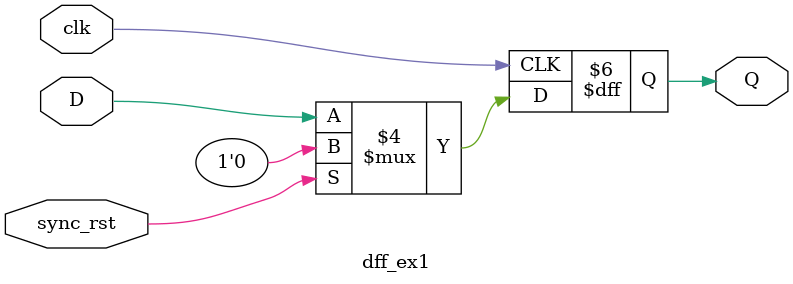
<source format=v>
/*
    D flip flop
    Rising edge DFF with Synch Reset
    
    Synch reset means it will only be active at the rising or falling edge of the clock 
*/
`timescale 1ns / 1ps
module dff_ex1(
    input D,
    input clk,
    input sync_rst,
    output reg Q
    );
    always @(posedge clk) begin
        if(sync_rst == 1'b1)
            Q <= 1'b0;
        else
            Q <= D;
    end
endmodule
</source>
